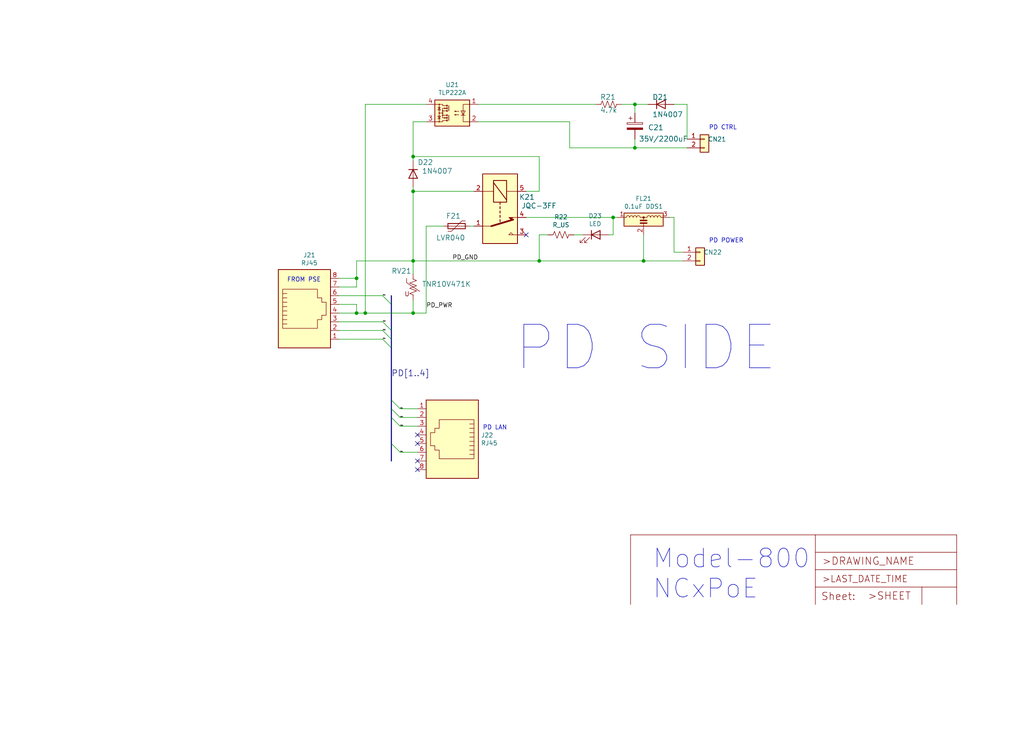
<source format=kicad_sch>
(kicad_sch (version 20230121) (generator eeschema)
  (paper "User" 299.06 220.243)
  (lib_symbols
    (symbol "001-eagle-import:A4L-LOC" (pin_names (offset 1.016))
      (symbol "A4L-LOC_1_0"
        (polyline (pts (xy 161.29 3.81) (xy 161.29 24.13)))
        (polyline (pts (xy 161.29 24.13) (xy 215.265 24.13)))
        (polyline (pts (xy 215.265 8.89) (xy 215.265 3.81)))
        (polyline (pts (xy 215.265 8.89) (xy 215.265 13.97)))
        (polyline (pts (xy 215.265 13.97) (xy 215.265 19.05)))
        (polyline (pts (xy 215.265 13.97) (xy 256.54 13.97)))
        (polyline (pts (xy 215.265 19.05) (xy 215.265 24.13)))
        (polyline (pts (xy 215.265 19.05) (xy 256.54 19.05)))
        (polyline (pts (xy 215.265 24.13) (xy 256.54 24.13)))
        (polyline (pts (xy 246.38 3.81) (xy 246.38 8.89)))
        (polyline (pts (xy 246.38 8.89) (xy 215.265 8.89)))
        (polyline (pts (xy 246.38 8.89) (xy 256.54 8.89)))
        (polyline (pts (xy 256.54 3.81) (xy 256.54 8.89)))
        (polyline (pts (xy 256.54 8.89) (xy 256.54 13.97)))
        (polyline (pts (xy 256.54 13.97) (xy 256.54 19.05)))
        (polyline (pts (xy 256.54 19.05) (xy 256.54 24.13)))
        (text ">DRAWING_NAME" (at 217.17 15.24 0) (effects (font (size 2.159 2.159)) (justify left bottom)))
        (text ">LAST_DATE_TIME" (at 217.17 10.16 0) (effects (font (size 1.9304 1.9304)) (justify left bottom)))
        (text ">SHEET" (at 230.505 5.08 0) (effects (font (size 2.159 2.159)) (justify left bottom)))
        (text "Sheet:" (at 216.916 4.953 0) (effects (font (size 2.159 2.159)) (justify left bottom)))
      )
    )
    (symbol "001-rescue:CP-Device" (pin_numbers hide) (pin_names (offset 0.254))
      (property "Reference" "C" (at 0.635 2.54 0))
      (property "Value" "Device_CP" (at 0.635 -2.54 0))
      (symbol "CP-Device_0_1"
        (rectangle (start -2.286 0.508) (end 2.286 1.016))
        (polyline (pts (xy -1.778 2.286) (xy -0.762 2.286)))
        (polyline (pts (xy -1.27 2.794) (xy -1.27 1.778)))
        (rectangle (start 2.286 -0.508) (end -2.286 -1.016) (fill (type outline)))
      )
      (symbol "CP-Device_1_1"
        (pin passive line (at 0 3.81 270) (length 2.794) (name "~") (number "1"))
        (pin passive line (at 0 -3.81 90) (length 2.794) (name "~") (number "2"))
      )
    )
    (symbol "001-rescue:EMI_Filter_LCL-Device" (pin_names (offset 0.254) hide)
      (property "Reference" "FL" (at 0 6.985 0))
      (property "Value" "Device_EMI_Filter_LCL" (at 0 5.08 0))
      (symbol "EMI_Filter_LCL-Device_0_1"
        (rectangle (start -5.715 3.81) (end 5.715 0) (stroke (width 0.254)) (fill (type background)))
        (arc (start -4.064 2.54) (mid -4.572 3.0458) (end -5.08 2.54))
        (arc (start -3.048 2.54) (mid -3.556 3.0458) (end -4.064 2.54))
        (arc (start -2.032 2.54) (mid -2.54 3.0458) (end -3.048 2.54))
        (rectangle (start -1.016 0.762) (end 1.016 1.016) (fill (type outline)))
        (arc (start -1.016 2.54) (mid -1.524 3.0458) (end -2.032 2.54))
        (polyline (pts (xy -1.016 2.54) (xy 1.016 2.54)))
        (polyline (pts (xy 0 0.762) (xy 0 0)))
        (polyline (pts (xy 0 2.54) (xy 0 1.778)))
        (circle (center 0 2.54) (radius 0.254) (fill (type outline)))
        (rectangle (start 1.016 1.524) (end -1.016 1.778) (fill (type outline)))
        (arc (start 2.032 2.54) (mid 1.524 3.0458) (end 1.016 2.54))
        (arc (start 3.048 2.54) (mid 2.54 3.0458) (end 2.032 2.54))
        (arc (start 4.064 2.54) (mid 3.556 3.0458) (end 3.048 2.54))
        (arc (start 5.08 2.54) (mid 4.572 3.0458) (end 4.064 2.54))
      )
      (symbol "EMI_Filter_LCL-Device_1_1"
        (pin passive line (at -7.62 2.54 0) (length 2.54) (name "1") (number "1"))
        (pin passive line (at 0 -2.54 90) (length 2.54) (name "2") (number "2"))
        (pin passive line (at 7.62 2.54 180) (length 2.54) (name "3") (number "3"))
      )
    )
    (symbol "Connector:RJ45" (pin_names (offset 1.016))
      (property "Reference" "J" (at -5.08 13.97 0))
      (property "Value" "RJ45" (at 2.54 13.97 0))
      (symbol "RJ45_0_1"
        (polyline (pts (xy -5.08 4.445) (xy -6.35 4.445)))
        (polyline (pts (xy -5.08 5.715) (xy -6.35 5.715)))
        (polyline (pts (xy -6.35 -3.175) (xy -5.08 -3.175) (xy -5.08 -3.175)))
        (polyline (pts (xy -6.35 -1.905) (xy -5.08 -1.905) (xy -5.08 -1.905)))
        (polyline (pts (xy -6.35 -0.635) (xy -5.08 -0.635) (xy -5.08 -0.635)))
        (polyline (pts (xy -6.35 0.635) (xy -5.08 0.635) (xy -5.08 0.635)))
        (polyline (pts (xy -6.35 1.905) (xy -5.08 1.905) (xy -5.08 1.905)))
        (polyline (pts (xy -5.08 3.175) (xy -6.35 3.175) (xy -6.35 3.175)))
        (polyline (pts (xy -6.35 -4.445) (xy -6.35 6.985) (xy 3.81 6.985) (xy 3.81 4.445) (xy 5.08 4.445) (xy 5.08 3.175) (xy 6.35 3.175) (xy 6.35 -0.635) (xy 5.08 -0.635) (xy 5.08 -1.905) (xy 3.81 -1.905) (xy 3.81 -4.445) (xy -6.35 -4.445) (xy -6.35 -4.445)))
        (rectangle (start 7.62 12.7) (end -7.62 -10.16) (stroke (width 0.254)) (fill (type background)))
      )
      (symbol "RJ45_1_1"
        (pin passive line (at 10.16 -7.62 180) (length 2.54) (name "~") (number "1"))
        (pin passive line (at 10.16 -5.08 180) (length 2.54) (name "~") (number "2"))
        (pin passive line (at 10.16 -2.54 180) (length 2.54) (name "~") (number "3"))
        (pin passive line (at 10.16 0 180) (length 2.54) (name "~") (number "4"))
        (pin passive line (at 10.16 2.54 180) (length 2.54) (name "~") (number "5"))
        (pin passive line (at 10.16 5.08 180) (length 2.54) (name "~") (number "6"))
        (pin passive line (at 10.16 7.62 180) (length 2.54) (name "~") (number "7"))
        (pin passive line (at 10.16 10.16 180) (length 2.54) (name "~") (number "8"))
      )
    )
    (symbol "Connector_Generic:Conn_01x02" (pin_names (offset 1.016) hide)
      (property "Reference" "J" (at 0 2.54 0))
      (property "Value" "Conn_01x02" (at 0 -5.08 0))
      (symbol "Conn_01x02_1_1"
        (rectangle (start -1.27 -2.413) (end 0 -2.667) (stroke (width 0.1524)))
        (rectangle (start -1.27 0.127) (end 0 -0.127) (stroke (width 0.1524)))
        (rectangle (start -1.27 1.27) (end 1.27 -3.81) (stroke (width 0.254)) (fill (type background)))
        (pin passive line (at -5.08 0 0) (length 3.81) (name "Pin_1") (number "1"))
        (pin passive line (at -5.08 -2.54 0) (length 3.81) (name "Pin_2") (number "2"))
      )
    )
    (symbol "Device:LED" (pin_numbers hide) (pin_names (offset 1.016) hide)
      (property "Reference" "D" (at 0 2.54 0))
      (property "Value" "LED" (at 0 -2.54 0))
      (symbol "LED_0_1"
        (polyline (pts (xy -1.27 -1.27) (xy -1.27 1.27)) (stroke (width 0.254)))
        (polyline (pts (xy -1.27 0) (xy 1.27 0)))
        (polyline (pts (xy 1.27 -1.27) (xy 1.27 1.27) (xy -1.27 0) (xy 1.27 -1.27)) (stroke (width 0.254)))
        (polyline (pts (xy -3.048 -0.762) (xy -4.572 -2.286) (xy -3.81 -2.286) (xy -4.572 -2.286) (xy -4.572 -1.524)))
        (polyline (pts (xy -1.778 -0.762) (xy -3.302 -2.286) (xy -2.54 -2.286) (xy -3.302 -2.286) (xy -3.302 -1.524)))
      )
      (symbol "LED_1_1"
        (pin passive line (at -3.81 0 0) (length 2.54) (name "K") (number "1"))
        (pin passive line (at 3.81 0 180) (length 2.54) (name "A") (number "2"))
      )
    )
    (symbol "Device:Polyfuse" (pin_numbers hide) (pin_names (offset 0))
      (property "Reference" "F" (at -2.54 0 90))
      (property "Value" "Polyfuse" (at 2.54 0 90))
      (symbol "Polyfuse_0_1"
        (rectangle (start -0.762 2.54) (end 0.762 -2.54) (stroke (width 0.254)))
        (polyline (pts (xy 0 2.54) (xy 0 -2.54)))
        (polyline (pts (xy -1.524 2.54) (xy -1.524 1.524) (xy 1.524 -1.524) (xy 1.524 -2.54)))
      )
      (symbol "Polyfuse_1_1"
        (pin passive line (at 0 3.81 270) (length 1.27) (name "~") (number "1"))
        (pin passive line (at 0 -3.81 90) (length 1.27) (name "~") (number "2"))
      )
    )
    (symbol "Device:R_US" (pin_numbers hide) (pin_names (offset 0))
      (property "Reference" "R" (at 2.54 0 90))
      (property "Value" "R_US" (at -2.54 0 90))
      (symbol "R_US_0_1"
        (polyline (pts (xy 0 -2.286) (xy 0 -2.54)))
        (polyline (pts (xy 0 2.286) (xy 0 2.54)))
        (polyline (pts (xy 0 -0.762) (xy 1.016 -1.143) (xy 0 -1.524) (xy -1.016 -1.905) (xy 0 -2.286)))
        (polyline (pts (xy 0 0.762) (xy 1.016 0.381) (xy 0 0) (xy -1.016 -0.381) (xy 0 -0.762)))
        (polyline (pts (xy 0 2.286) (xy 1.016 1.905) (xy 0 1.524) (xy -1.016 1.143) (xy 0 0.762)))
      )
      (symbol "R_US_1_1"
        (pin passive line (at 0 3.81 270) (length 1.27) (name "~") (number "1"))
        (pin passive line (at 0 -3.81 90) (length 1.27) (name "~") (number "2"))
      )
    )
    (symbol "Device:Varistor_US" (pin_numbers hide) (pin_names (offset 0))
      (property "Reference" "RV" (at 3.175 0 90))
      (property "Value" "Varistor_US" (at -3.175 0 90))
      (symbol "Varistor_US_0_0"
        (text "U" (at -1.778 -2.032 0) (effects (font (size 1.27 1.27))))
      )
      (symbol "Varistor_US_0_1"
        (polyline (pts (xy 0 -2.286) (xy 0 -2.54)))
        (polyline (pts (xy 0 2.286) (xy 0 2.54)))
        (polyline (pts (xy -1.905 2.54) (xy -1.905 1.27) (xy 1.905 -1.27)))
        (polyline (pts (xy 0 -0.762) (xy 1.016 -1.143) (xy 0 -1.524) (xy -1.016 -1.905) (xy 0 -2.286)))
        (polyline (pts (xy 0 0.762) (xy 1.016 0.381) (xy 0 0) (xy -1.016 -0.381) (xy 0 -0.762)))
        (polyline (pts (xy 0 2.286) (xy 1.016 1.905) (xy 0 1.524) (xy -1.016 1.143) (xy 0 0.762)))
      )
      (symbol "Varistor_US_1_1"
        (pin passive line (at 0 3.81 270) (length 1.27) (name "~") (number "1"))
        (pin passive line (at 0 -3.81 90) (length 1.27) (name "~") (number "2"))
      )
    )
    (symbol "Diode:1N4007" (pin_numbers hide) (pin_names hide)
      (property "Reference" "D" (at 0 2.54 0))
      (property "Value" "1N4007" (at 0 -2.54 0))
      (symbol "1N4007_0_1"
        (polyline (pts (xy -1.27 1.27) (xy -1.27 -1.27)) (stroke (width 0.254)))
        (polyline (pts (xy 1.27 0) (xy -1.27 0)))
        (polyline (pts (xy 1.27 1.27) (xy 1.27 -1.27) (xy -1.27 0) (xy 1.27 1.27)) (stroke (width 0.254)))
      )
      (symbol "1N4007_1_1"
        (pin passive line (at -3.81 0 0) (length 2.54) (name "K") (number "1"))
        (pin passive line (at 3.81 0 180) (length 2.54) (name "A") (number "2"))
      )
    )
    (symbol "Relay:G5LE-1"
      (property "Reference" "K" (at 11.43 3.81 0))
      (property "Value" "G5LE-1" (at 11.43 1.27 0))
      (symbol "G5LE-1_0_0"
        (polyline (pts (xy 7.62 5.08) (xy 7.62 2.54) (xy 6.985 3.175) (xy 7.62 3.81)))
      )
      (symbol "G5LE-1_0_1"
        (rectangle (start -10.16 5.08) (end 10.16 -5.08) (stroke (width 0.254)) (fill (type background)))
        (rectangle (start -8.255 1.905) (end -1.905 -1.905) (stroke (width 0.254)))
        (polyline (pts (xy -7.62 -1.905) (xy -2.54 1.905)) (stroke (width 0.254)))
        (polyline (pts (xy -5.08 -5.08) (xy -5.08 -1.905)))
        (polyline (pts (xy -5.08 5.08) (xy -5.08 1.905)))
        (polyline (pts (xy -1.905 0) (xy -1.27 0)) (stroke (width 0.254)))
        (polyline (pts (xy -0.635 0) (xy 0 0)) (stroke (width 0.254)))
        (polyline (pts (xy 0.635 0) (xy 1.27 0)) (stroke (width 0.254)))
        (polyline (pts (xy 1.905 0) (xy 2.54 0)) (stroke (width 0.254)))
        (polyline (pts (xy 3.175 0) (xy 3.81 0)) (stroke (width 0.254)))
        (polyline (pts (xy 5.08 -2.54) (xy 3.175 3.81)) (stroke (width 0.508)))
        (polyline (pts (xy 5.08 -2.54) (xy 5.08 -5.08)))
        (polyline (pts (xy 2.54 5.08) (xy 2.54 2.54) (xy 3.175 3.175) (xy 2.54 3.81)) (fill (type outline)))
      )
      (symbol "G5LE-1_1_1"
        (pin passive line (at 5.08 -7.62 90) (length 2.54) (name "~") (number "1"))
        (pin passive line (at -5.08 -7.62 90) (length 2.54) (name "~") (number "2"))
        (pin passive line (at 7.62 7.62 270) (length 2.54) (name "~") (number "3"))
        (pin passive line (at 2.54 7.62 270) (length 2.54) (name "~") (number "4"))
        (pin passive line (at -5.08 7.62 270) (length 2.54) (name "~") (number "5"))
      )
    )
    (symbol "Relay_SolidState:TLP222A"
      (property "Reference" "U" (at -5.08 5.08 0))
      (property "Value" "TLP222A" (at 0 5.08 0))
      (symbol "TLP222A_0_1"
        (rectangle (start -5.08 3.81) (end 5.08 -3.81) (stroke (width 0.254)) (fill (type background)))
        (polyline (pts (xy -3.81 -0.635) (xy -2.54 -0.635)))
        (polyline (pts (xy 1.016 -0.635) (xy 1.016 -2.159)) (stroke (width 0.2032)))
        (polyline (pts (xy 1.016 2.159) (xy 1.016 0.635)) (stroke (width 0.2032)))
        (polyline (pts (xy 1.524 -0.508) (xy 1.524 -0.762)) (stroke (width 0.3556)))
        (polyline (pts (xy 2.794 0) (xy 3.81 0)))
        (polyline (pts (xy 3.429 -1.651) (xy 4.191 -1.651)))
        (polyline (pts (xy 3.429 1.651) (xy 4.191 1.651)))
        (polyline (pts (xy 3.81 -2.54) (xy 3.81 2.54)))
        (polyline (pts (xy 1.524 -2.032) (xy 1.524 -2.286) (xy 1.524 -2.286)) (stroke (width 0.3556)))
        (polyline (pts (xy 1.524 -1.27) (xy 1.524 -1.524) (xy 1.524 -1.524)) (stroke (width 0.3556)))
        (polyline (pts (xy 1.524 0.762) (xy 1.524 0.508) (xy 1.524 0.508)) (stroke (width 0.3556)))
        (polyline (pts (xy 1.524 1.524) (xy 1.524 1.27) (xy 1.524 1.27)) (stroke (width 0.3556)))
        (polyline (pts (xy 1.524 2.286) (xy 1.524 2.032) (xy 1.524 2.032)) (stroke (width 0.3556)))
        (polyline (pts (xy 1.651 -1.397) (xy 2.794 -1.397) (xy 2.794 -0.635)))
        (polyline (pts (xy 1.651 1.397) (xy 2.794 1.397) (xy 2.794 0.635)))
        (polyline (pts (xy -5.08 2.54) (xy -3.175 2.54) (xy -3.175 -2.54) (xy -5.08 -2.54)))
        (polyline (pts (xy -3.175 -0.635) (xy -3.81 0.635) (xy -2.54 0.635) (xy -3.175 -0.635)))
        (polyline (pts (xy 1.651 -2.159) (xy 2.794 -2.159) (xy 2.794 -2.54) (xy 5.08 -2.54)))
        (polyline (pts (xy 1.651 -0.635) (xy 2.794 -0.635) (xy 2.794 0.635) (xy 1.651 0.635)))
        (polyline (pts (xy 1.651 2.159) (xy 2.794 2.159) (xy 2.794 2.54) (xy 5.08 2.54)))
        (polyline (pts (xy 1.778 -1.397) (xy 2.286 -1.27) (xy 2.286 -1.524) (xy 1.778 -1.397)))
        (polyline (pts (xy 1.778 1.397) (xy 2.286 1.524) (xy 2.286 1.27) (xy 1.778 1.397)))
        (polyline (pts (xy 3.81 -1.651) (xy 3.429 -0.889) (xy 4.191 -0.889) (xy 3.81 -1.651)))
        (polyline (pts (xy 3.81 1.651) (xy 3.429 0.889) (xy 4.191 0.889) (xy 3.81 1.651)))
        (polyline (pts (xy -1.905 -0.508) (xy -0.635 -0.508) (xy -1.016 -0.635) (xy -1.016 -0.381) (xy -0.635 -0.508)))
        (polyline (pts (xy -1.905 0.508) (xy -0.635 0.508) (xy -1.016 0.381) (xy -1.016 0.635) (xy -0.635 0.508)))
        (circle (center 2.794 -0.635) (radius 0.127))
        (circle (center 2.794 0) (radius 0.127))
        (circle (center 2.794 0.635) (radius 0.127))
        (circle (center 3.81 -2.54) (radius 0.127))
        (circle (center 3.81 0) (radius 0.127))
        (circle (center 3.81 2.54) (radius 0.127))
      )
      (symbol "TLP222A_1_1"
        (pin passive line (at -7.62 2.54 0) (length 2.54) (name "~") (number "1"))
        (pin passive line (at -7.62 -2.54 0) (length 2.54) (name "~") (number "2"))
        (pin passive line (at 7.62 -2.54 180) (length 2.54) (name "~") (number "3"))
        (pin passive line (at 7.62 2.54 180) (length 2.54) (name "~") (number "4"))
      )
    )
  )
  (junction (at 157.48 76.2))
  (junction (at 179.07 63.5))
  (junction (at 120.65 76.2))
  (junction (at 187.96 76.2))
  (junction (at 120.65 55.88))
  (junction (at 185.42 43.18))
  (junction (at 120.65 91.44))
  (junction (at 104.14 91.44))
  (junction (at 120.65 45.72))
  (junction (at 185.42 30.48))
  (junction (at 106.68 91.44))
  (junction (at 104.14 81.28))
  (no_connect (at 153.67 68.58))
  (no_connect (at 121.92 134.62))
  (no_connect (at 121.92 137.16))
  (no_connect (at 121.92 129.54))
  (no_connect (at 54.61 -73.66))
  (no_connect (at 121.92 127))
  (bus_entry (at 111.76 86.36) (size 2.54 2.54))
  (bus_entry (at 114.3 121.92) (size 2.54 2.54))
  (bus_entry (at 111.76 93.98) (size 2.54 2.54))
  (bus_entry (at 111.76 96.52) (size 2.54 2.54))
  (bus_entry (at 114.3 116.84) (size 2.54 2.54))
  (bus_entry (at 111.76 99.06) (size 2.54 2.54))
  (bus_entry (at 114.3 129.54) (size 2.54 2.54))
  (bus_entry (at 114.3 119.38) (size 2.54 2.54))
  (bus (pts (xy 114.3 99.06) (xy 114.3 101.6)))
  (wire (pts (xy 196.85 63.5) (xy 196.85 73.66)))
  (wire (pts (xy 160.02 68.58) (xy 157.48 68.58)))
  (wire (pts (xy 170.18 68.58) (xy 167.64 68.58)))
  (wire (pts (xy 124.46 91.44) (xy 120.65 91.44)))
  (wire (pts (xy 120.65 91.44) (xy 106.68 91.44)))
  (wire (pts (xy 179.07 68.58) (xy 177.8 68.58)))
  (wire (pts (xy 185.42 30.48) (xy 189.23 30.48)))
  (wire (pts (xy 99.06 88.9) (xy 104.14 88.9)))
  (wire (pts (xy 121.92 124.46) (xy 116.84 124.46)))
  (wire (pts (xy 196.85 73.66) (xy 199.39 73.66)))
  (wire (pts (xy 106.68 30.48) (xy 124.46 30.48)))
  (wire (pts (xy 120.65 87.63) (xy 120.65 91.44)))
  (wire (pts (xy 124.46 66.04) (xy 124.46 91.44)))
  (bus (pts (xy 114.3 96.52) (xy 114.3 99.06)))
  (wire (pts (xy 99.06 86.36) (xy 111.76 86.36)))
  (wire (pts (xy 120.65 80.01) (xy 120.65 76.2)))
  (wire (pts (xy 121.92 119.38) (xy 116.84 119.38)))
  (bus (pts (xy 114.3 86.36) (xy 114.3 88.9)))
  (wire (pts (xy 185.42 43.18) (xy 200.66 43.18)))
  (wire (pts (xy 187.96 68.58) (xy 187.96 76.2)))
  (bus (pts (xy 114.3 119.38) (xy 114.3 121.92)))
  (wire (pts (xy 120.65 55.88) (xy 120.65 76.2)))
  (wire (pts (xy 166.37 43.18) (xy 185.42 43.18)))
  (wire (pts (xy 121.92 121.92) (xy 116.84 121.92)))
  (wire (pts (xy 187.96 76.2) (xy 199.39 76.2)))
  (bus (pts (xy 114.3 121.92) (xy 114.3 129.54)))
  (wire (pts (xy 106.68 91.44) (xy 104.14 91.44)))
  (wire (pts (xy 124.46 35.56) (xy 120.65 35.56)))
  (wire (pts (xy 185.42 33.02) (xy 185.42 30.48)))
  (wire (pts (xy 120.65 76.2) (xy 157.48 76.2)))
  (wire (pts (xy 200.66 30.48) (xy 200.66 40.64)))
  (wire (pts (xy 120.65 35.56) (xy 120.65 45.72)))
  (wire (pts (xy 138.43 55.88) (xy 120.65 55.88)))
  (wire (pts (xy 196.85 30.48) (xy 200.66 30.48)))
  (wire (pts (xy 104.14 88.9) (xy 104.14 91.44)))
  (wire (pts (xy 99.06 99.06) (xy 111.76 99.06)))
  (wire (pts (xy 157.48 68.58) (xy 157.48 76.2)))
  (bus (pts (xy 114.3 129.54) (xy 114.3 134.62)))
  (wire (pts (xy 185.42 40.64) (xy 185.42 43.18)))
  (wire (pts (xy 120.65 45.72) (xy 157.48 45.72)))
  (wire (pts (xy 157.48 55.88) (xy 153.67 55.88)))
  (bus (pts (xy 114.3 116.84) (xy 114.3 119.38)))
  (wire (pts (xy 157.48 76.2) (xy 187.96 76.2)))
  (wire (pts (xy 129.54 66.04) (xy 124.46 66.04)))
  (wire (pts (xy 179.07 63.5) (xy 179.07 68.58)))
  (wire (pts (xy 121.92 132.08) (xy 116.84 132.08)))
  (wire (pts (xy 120.65 54.61) (xy 120.65 55.88)))
  (wire (pts (xy 120.65 46.99) (xy 120.65 45.72)))
  (wire (pts (xy 157.48 45.72) (xy 157.48 55.88)))
  (wire (pts (xy 104.14 81.28) (xy 104.14 76.2)))
  (wire (pts (xy 195.58 63.5) (xy 196.85 63.5)))
  (bus (pts (xy 114.3 101.6) (xy 114.3 116.84)))
  (wire (pts (xy 166.37 35.56) (xy 166.37 43.18)))
  (wire (pts (xy 153.67 63.5) (xy 179.07 63.5)))
  (wire (pts (xy 181.61 30.48) (xy 185.42 30.48)))
  (wire (pts (xy 99.06 81.28) (xy 104.14 81.28)))
  (wire (pts (xy 139.7 30.48) (xy 173.99 30.48)))
  (wire (pts (xy 104.14 76.2) (xy 120.65 76.2)))
  (wire (pts (xy 104.14 83.82) (xy 104.14 81.28)))
  (wire (pts (xy 99.06 83.82) (xy 104.14 83.82)))
  (wire (pts (xy 106.68 91.44) (xy 106.68 30.48)))
  (wire (pts (xy 99.06 96.52) (xy 111.76 96.52)))
  (bus (pts (xy 114.3 88.9) (xy 114.3 96.52)))
  (wire (pts (xy 139.7 35.56) (xy 166.37 35.56)))
  (wire (pts (xy 99.06 91.44) (xy 104.14 91.44)))
  (wire (pts (xy 138.43 66.04) (xy 137.16 66.04)))
  (wire (pts (xy 179.07 63.5) (xy 180.34 63.5)))
  (wire (pts (xy 99.06 93.98) (xy 111.76 93.98)))
  (text "PD POWER" (at 207.01 71.12 0) (effects (font (size 1.27 1.27)) (justify left bottom)))
  (text "PD CTRL" (at 207.01 38.1 0) (effects (font (size 1.27 1.27)) (justify left bottom)))
  (text "PD SIDE" (at 149.86 109.22 0) (effects (font (size 12.7 12.7)) (justify left bottom)))
  (text "PD LAN" (at 140.97 125.73 0) (effects (font (size 1.27 1.27)) (justify left bottom)))
  (text "FROM PSE" (at 83.82 82.55 0) (effects (font (size 1.27 1.27)) (justify left bottom)))
  (text "Model-800\nNCxPoE" (at 190.5 175.26 0) (effects (font (size 5.461 5.461)) (justify left bottom)))
  (label "PD_GND" (at 132.08 76.2 0))
  (label "PD2" (at 116.84 121.92 0) (effects (font (size 0.254 0.254))))
  (label "PD2" (at 111.76 96.52 0) (effects (font (size 0.254 0.254))))
  (label "PD4" (at 116.84 132.08 0) (effects (font (size 0.254 0.254))))
  (label "PD3" (at 111.76 93.98 0) (effects (font (size 0.254 0.254))))
  (label "PD1" (at 116.84 119.38 0) (effects (font (size 0.254 0.254))))
  (label "PD4" (at 111.76 86.36 0) (effects (font (size 0.254 0.254))))
  (label "PD_PWR" (at 124.46 90.17 0))
  (label "PD1" (at 111.76 99.06 0) (effects (font (size 0.254 0.254))))
  (label "PD[1..4]" (at 114.3 110.49 0) (effects (font (size 1.778 1.778))))
  (label "PD3" (at 116.84 124.46 0) (effects (font (size 0.254 0.254))))
  (symbol (lib_id "Connector_Generic:Conn_01x02") (at 205.74 40.64 0) (unit 1)
    (property "Reference" "CN21" (at 206.756 41.402 0) (effects (font (size 1.2954 1.2954)) (justify left bottom)))
    (property "Value" "02-XH-A" (effects hide))
    (property "Footprint" "Connector_JST:JST_XH_B2B-XH-A_1x02_P2.50mm_Vertical" (effects hide))
  )
  (symbol (lib_id "001-rescue:CP-Device") (at 185.42 36.83 0) (unit 1)
    (property "Reference" "C21" (at 189.23 38.1 0) (effects (font (size 1.4986 1.4986)) (justify left bottom)))
    (property "Value" "35V/2200uF" (at 186.563 41.4274 0) (effects (font (size 1.4986 1.4986)) (justify left bottom)))
    (property "Footprint" "Capacitor_THT:CP_Radial_D16.0mm_P7.50mm" (effects hide))
  )
  (symbol (lib_id "Connector_Generic:Conn_01x02") (at 204.47 73.66 0) (unit 1)
    (property "Reference" "CN22" (at 205.486 74.422 0) (effects (font (size 1.2954 1.2954)) (justify left bottom)))
    (property "Value" "02-XH-A" (effects hide))
    (property "Footprint" "Connector_JST:JST_XH_B2B-XH-A_1x02_P2.50mm_Vertical" (effects hide))
  )
  (symbol (lib_id "001-rescue:EMI_Filter_LCL-Device") (at 187.96 66.04 0) (unit 1)
    (property "Reference" "FL21" (at 187.96 57.9882 0))
    (property "Value" "0.1uF DDS1" (at 187.96 60.2996 0))
    (property "Footprint" "HOLLY:DSS1" (effects hide))
    (property "Datasheet" "http://www.murata.com/~/media/webrenewal/support/library/catalog/products/emc/emifil/c31e.ashx?la=en-gb" (effects hide))
  )
  (symbol (lib_id "Device:R_US") (at 163.83 68.58 270) (unit 1)
    (property "Reference" "R22" (at 163.83 63.373 90))
    (property "Value" "R_US" (at 163.83 65.6844 90))
    (property "Footprint" "Resistor_THT:R_Axial_DIN0207_L6.3mm_D2.5mm_P10.16mm_Horizontal" (effects hide))
  )
  (symbol (lib_id "Device:LED") (at 173.99 68.58 0) (unit 1)
    (property "Reference" "D23" (at 173.8122 63.0682 0))
    (property "Value" "LED" (at 173.8122 65.3796 0))
    (property "Footprint" "LED_THT:LED_D3.0mm" (effects hide))
  )
  (symbol (lib_id "Connector:RJ45") (at 88.9 91.44 0) (unit 1)
    (property "Reference" "J21" (at 90.3478 74.4982 0))
    (property "Value" "RJ45" (at 90.3478 76.8096 0))
    (property "Footprint" "HOLLY:RJ45_Neltron_7810-8P8C" (effects hide))
  )
  (symbol (lib_id "Connector:RJ45") (at 132.08 127 180) (unit 1)
    (property "Reference" "J22" (at 140.462 127.1016 0) (effects (justify right)))
    (property "Value" "RJ45" (at 140.462 129.413 0) (effects (justify right)))
    (property "Footprint" "HOLLY:RJ45_Neltron_7810-8P8C" (effects hide))
  )
  (symbol (lib_id "Relay_SolidState:TLP222A") (at 132.08 33.02 0) (mirror y) (unit 1)
    (property "Reference" "U21" (at 132.08 24.765 0))
    (property "Value" "TLP222A" (at 132.08 27.0764 0))
    (property "Footprint" "Package_DIP:DIP-4_W7.62mm" (effects hide))
    (property "Datasheet" "https://toshiba.semicon-storage.com/info/docget.jsp?did=17036&prodName=TLP222A" (effects hide))
  )
  (symbol (lib_id "Diode:1N4007") (at 120.65 50.8 270) (unit 1)
    (property "Reference" "D22" (at 121.92 48.26 90) (effects (font (size 1.4986 1.4986)) (justify left bottom)))
    (property "Value" "1N4007" (at 123.19 50.8 90) (effects (font (size 1.4986 1.4986)) (justify left bottom)))
    (property "Footprint" "Diode_THT:D_DO-41_SOD81_P10.16mm_Horizontal" (effects hide))
  )
  (symbol (lib_id "001-eagle-import:A4L-LOC") (at 22.86 180.34 0) (unit 1)
    (property "Reference" "#FRAME1" (effects hide))
    (property "Value" "A4L-LOC" (effects hide))
  )
  (symbol (lib_id "Device:Varistor_US") (at 120.65 83.82 0) (unit 1)
    (property "Reference" "RV21" (at 114.3 80.01 0) (effects (font (size 1.4986 1.4986)) (justify left bottom)))
    (property "Value" "TNR10V471K" (at 123.19 83.82 0) (effects (font (size 1.4986 1.4986)) (justify left bottom)))
    (property "Footprint" "Varistor:RV_Disc_D12mm_W3.9mm_P7.5mm" (effects hide))
  )
  (symbol (lib_id "Diode:1N4007") (at 193.04 30.48 0) (unit 1)
    (property "Reference" "D21" (at 190.5 29.21 0) (effects (font (size 1.4986 1.4986)) (justify left bottom)))
    (property "Value" "1N4007" (at 190.5 34.29 0) (effects (font (size 1.4986 1.4986)) (justify left bottom)))
    (property "Footprint" "Diode_THT:D_DO-41_SOD81_P10.16mm_Horizontal" (effects hide))
  )
  (symbol (lib_id "Relay:G5LE-1") (at 146.05 60.96 270) (unit 1)
    (property "Reference" "K21" (at 156.21 58.42 90) (effects (font (size 1.4986 1.4986)) (justify right bottom)))
    (property "Value" "JQC-3FF" (at 162.56 60.96 90) (effects (font (size 1.4986 1.4986)) (justify right bottom)))
    (property "Footprint" "Relay_THT:Relay_SPDT_Omron-G5LE-1" (effects hide))
  )
  (symbol (lib_id "Device:Polyfuse") (at 133.35 66.04 90) (unit 1)
    (property "Reference" "F21" (at 134.62 62.23 90) (effects (font (size 1.4986 1.4986)) (justify left bottom)))
    (property "Value" "LVR040" (at 135.89 68.58 90) (effects (font (size 1.4986 1.4986)) (justify left bottom)))
    (property "Footprint" "Fuse:Fuse_BelFuse_0ZRE0033FF_L11.4mm_W3.8mm" (effects hide))
    (property "Datasheet" "https://html.alldatasheet.jp/html-pdf/346655/MACOM/LVR040/149/1/LVR040.html" (effects hide))
  )
  (symbol (lib_id "Device:R_US") (at 177.8 30.48 270) (unit 1)
    (property "Reference" "R21" (at 175.26 29.21 90) (effects (font (size 1.4986 1.4986)) (justify left bottom)))
    (property "Value" "4.7k" (at 175.26 33.02 90) (effects (font (size 1.4986 1.4986)) (justify left bottom)))
    (property "Footprint" "Resistor_THT:R_Axial_DIN0207_L6.3mm_D2.5mm_P10.16mm_Horizontal" (effects hide))
  )
)
</source>
